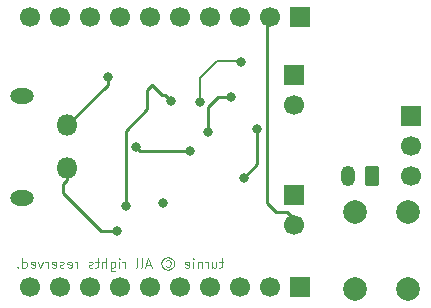
<source format=gbr>
%TF.GenerationSoftware,KiCad,Pcbnew,9.0.6-rc1*%
%TF.CreationDate,2025-12-07T23:50:49+09:00*%
%TF.ProjectId,tp4056,74703430-3536-42e6-9b69-6361645f7063,rev?*%
%TF.SameCoordinates,Original*%
%TF.FileFunction,Copper,L2,Bot*%
%TF.FilePolarity,Positive*%
%FSLAX46Y46*%
G04 Gerber Fmt 4.6, Leading zero omitted, Abs format (unit mm)*
G04 Created by KiCad (PCBNEW 9.0.6-rc1) date 2025-12-07 23:50:49*
%MOMM*%
%LPD*%
G01*
G04 APERTURE LIST*
G04 Aperture macros list*
%AMRoundRect*
0 Rectangle with rounded corners*
0 $1 Rounding radius*
0 $2 $3 $4 $5 $6 $7 $8 $9 X,Y pos of 4 corners*
0 Add a 4 corners polygon primitive as box body*
4,1,4,$2,$3,$4,$5,$6,$7,$8,$9,$2,$3,0*
0 Add four circle primitives for the rounded corners*
1,1,$1+$1,$2,$3*
1,1,$1+$1,$4,$5*
1,1,$1+$1,$6,$7*
1,1,$1+$1,$8,$9*
0 Add four rect primitives between the rounded corners*
20,1,$1+$1,$2,$3,$4,$5,0*
20,1,$1+$1,$4,$5,$6,$7,0*
20,1,$1+$1,$6,$7,$8,$9,0*
20,1,$1+$1,$8,$9,$2,$3,0*%
G04 Aperture macros list end*
%ADD10C,0.100000*%
%TA.AperFunction,NonConductor*%
%ADD11C,0.100000*%
%TD*%
%TA.AperFunction,ComponentPad*%
%ADD12C,2.000000*%
%TD*%
%TA.AperFunction,ComponentPad*%
%ADD13R,1.700000X1.700000*%
%TD*%
%TA.AperFunction,ComponentPad*%
%ADD14C,1.700000*%
%TD*%
%TA.AperFunction,ComponentPad*%
%ADD15RoundRect,0.250000X0.350000X0.625000X-0.350000X0.625000X-0.350000X-0.625000X0.350000X-0.625000X0*%
%TD*%
%TA.AperFunction,ComponentPad*%
%ADD16O,1.200000X1.750000*%
%TD*%
%TA.AperFunction,ComponentPad*%
%ADD17O,1.800000X1.800000*%
%TD*%
%TA.AperFunction,ComponentPad*%
%ADD18O,2.000000X1.300000*%
%TD*%
%TA.AperFunction,ViaPad*%
%ADD19C,0.800000*%
%TD*%
%TA.AperFunction,Conductor*%
%ADD20C,0.200000*%
%TD*%
%TA.AperFunction,Conductor*%
%ADD21C,0.250000*%
%TD*%
G04 APERTURE END LIST*
D10*
D11*
X148702020Y-103757561D02*
X148397258Y-103757561D01*
X148587734Y-103490895D02*
X148587734Y-104176609D01*
X148587734Y-104176609D02*
X148549639Y-104252800D01*
X148549639Y-104252800D02*
X148473449Y-104290895D01*
X148473449Y-104290895D02*
X148397258Y-104290895D01*
X147787734Y-103757561D02*
X147787734Y-104290895D01*
X148130591Y-103757561D02*
X148130591Y-104176609D01*
X148130591Y-104176609D02*
X148092496Y-104252800D01*
X148092496Y-104252800D02*
X148016306Y-104290895D01*
X148016306Y-104290895D02*
X147902020Y-104290895D01*
X147902020Y-104290895D02*
X147825829Y-104252800D01*
X147825829Y-104252800D02*
X147787734Y-104214704D01*
X147406781Y-104290895D02*
X147406781Y-103757561D01*
X147406781Y-103909942D02*
X147368686Y-103833752D01*
X147368686Y-103833752D02*
X147330591Y-103795657D01*
X147330591Y-103795657D02*
X147254400Y-103757561D01*
X147254400Y-103757561D02*
X147178210Y-103757561D01*
X146911543Y-103757561D02*
X146911543Y-104290895D01*
X146911543Y-103833752D02*
X146873448Y-103795657D01*
X146873448Y-103795657D02*
X146797258Y-103757561D01*
X146797258Y-103757561D02*
X146682972Y-103757561D01*
X146682972Y-103757561D02*
X146606781Y-103795657D01*
X146606781Y-103795657D02*
X146568686Y-103871847D01*
X146568686Y-103871847D02*
X146568686Y-104290895D01*
X146187733Y-104290895D02*
X146187733Y-103757561D01*
X146187733Y-103490895D02*
X146225829Y-103528990D01*
X146225829Y-103528990D02*
X146187733Y-103567085D01*
X146187733Y-103567085D02*
X146149638Y-103528990D01*
X146149638Y-103528990D02*
X146187733Y-103490895D01*
X146187733Y-103490895D02*
X146187733Y-103567085D01*
X145502019Y-104252800D02*
X145578210Y-104290895D01*
X145578210Y-104290895D02*
X145730591Y-104290895D01*
X145730591Y-104290895D02*
X145806781Y-104252800D01*
X145806781Y-104252800D02*
X145844877Y-104176609D01*
X145844877Y-104176609D02*
X145844877Y-103871847D01*
X145844877Y-103871847D02*
X145806781Y-103795657D01*
X145806781Y-103795657D02*
X145730591Y-103757561D01*
X145730591Y-103757561D02*
X145578210Y-103757561D01*
X145578210Y-103757561D02*
X145502019Y-103795657D01*
X145502019Y-103795657D02*
X145463924Y-103871847D01*
X145463924Y-103871847D02*
X145463924Y-103948038D01*
X145463924Y-103948038D02*
X145844877Y-104024228D01*
X143863924Y-103681371D02*
X143940115Y-103643276D01*
X143940115Y-103643276D02*
X144092496Y-103643276D01*
X144092496Y-103643276D02*
X144168686Y-103681371D01*
X144168686Y-103681371D02*
X144244877Y-103757561D01*
X144244877Y-103757561D02*
X144282972Y-103833752D01*
X144282972Y-103833752D02*
X144282972Y-103986133D01*
X144282972Y-103986133D02*
X144244877Y-104062323D01*
X144244877Y-104062323D02*
X144168686Y-104138514D01*
X144168686Y-104138514D02*
X144092496Y-104176609D01*
X144092496Y-104176609D02*
X143940115Y-104176609D01*
X143940115Y-104176609D02*
X143863924Y-104138514D01*
X144016305Y-103376609D02*
X144206781Y-103414704D01*
X144206781Y-103414704D02*
X144397258Y-103528990D01*
X144397258Y-103528990D02*
X144511543Y-103719466D01*
X144511543Y-103719466D02*
X144549639Y-103909942D01*
X144549639Y-103909942D02*
X144511543Y-104100419D01*
X144511543Y-104100419D02*
X144397258Y-104290895D01*
X144397258Y-104290895D02*
X144206781Y-104405180D01*
X144206781Y-104405180D02*
X144016305Y-104443276D01*
X144016305Y-104443276D02*
X143825829Y-104405180D01*
X143825829Y-104405180D02*
X143635353Y-104290895D01*
X143635353Y-104290895D02*
X143521067Y-104100419D01*
X143521067Y-104100419D02*
X143482972Y-103909942D01*
X143482972Y-103909942D02*
X143521067Y-103719466D01*
X143521067Y-103719466D02*
X143635353Y-103528990D01*
X143635353Y-103528990D02*
X143825829Y-103414704D01*
X143825829Y-103414704D02*
X144016305Y-103376609D01*
X142568686Y-104062323D02*
X142187733Y-104062323D01*
X142644876Y-104290895D02*
X142378209Y-103490895D01*
X142378209Y-103490895D02*
X142111543Y-104290895D01*
X141730591Y-104290895D02*
X141806781Y-104252800D01*
X141806781Y-104252800D02*
X141844876Y-104176609D01*
X141844876Y-104176609D02*
X141844876Y-103490895D01*
X141311543Y-104290895D02*
X141387733Y-104252800D01*
X141387733Y-104252800D02*
X141425828Y-104176609D01*
X141425828Y-104176609D02*
X141425828Y-103490895D01*
X140397256Y-104290895D02*
X140397256Y-103757561D01*
X140397256Y-103909942D02*
X140359161Y-103833752D01*
X140359161Y-103833752D02*
X140321066Y-103795657D01*
X140321066Y-103795657D02*
X140244875Y-103757561D01*
X140244875Y-103757561D02*
X140168685Y-103757561D01*
X139902018Y-104290895D02*
X139902018Y-103757561D01*
X139902018Y-103490895D02*
X139940114Y-103528990D01*
X139940114Y-103528990D02*
X139902018Y-103567085D01*
X139902018Y-103567085D02*
X139863923Y-103528990D01*
X139863923Y-103528990D02*
X139902018Y-103490895D01*
X139902018Y-103490895D02*
X139902018Y-103567085D01*
X139178209Y-103757561D02*
X139178209Y-104405180D01*
X139178209Y-104405180D02*
X139216304Y-104481371D01*
X139216304Y-104481371D02*
X139254400Y-104519466D01*
X139254400Y-104519466D02*
X139330590Y-104557561D01*
X139330590Y-104557561D02*
X139444876Y-104557561D01*
X139444876Y-104557561D02*
X139521066Y-104519466D01*
X139178209Y-104252800D02*
X139254400Y-104290895D01*
X139254400Y-104290895D02*
X139406781Y-104290895D01*
X139406781Y-104290895D02*
X139482971Y-104252800D01*
X139482971Y-104252800D02*
X139521066Y-104214704D01*
X139521066Y-104214704D02*
X139559162Y-104138514D01*
X139559162Y-104138514D02*
X139559162Y-103909942D01*
X139559162Y-103909942D02*
X139521066Y-103833752D01*
X139521066Y-103833752D02*
X139482971Y-103795657D01*
X139482971Y-103795657D02*
X139406781Y-103757561D01*
X139406781Y-103757561D02*
X139254400Y-103757561D01*
X139254400Y-103757561D02*
X139178209Y-103795657D01*
X138797256Y-104290895D02*
X138797256Y-103490895D01*
X138454399Y-104290895D02*
X138454399Y-103871847D01*
X138454399Y-103871847D02*
X138492494Y-103795657D01*
X138492494Y-103795657D02*
X138568685Y-103757561D01*
X138568685Y-103757561D02*
X138682971Y-103757561D01*
X138682971Y-103757561D02*
X138759161Y-103795657D01*
X138759161Y-103795657D02*
X138797256Y-103833752D01*
X138187732Y-103757561D02*
X137882970Y-103757561D01*
X138073446Y-103490895D02*
X138073446Y-104176609D01*
X138073446Y-104176609D02*
X138035351Y-104252800D01*
X138035351Y-104252800D02*
X137959161Y-104290895D01*
X137959161Y-104290895D02*
X137882970Y-104290895D01*
X137654399Y-104252800D02*
X137578208Y-104290895D01*
X137578208Y-104290895D02*
X137425827Y-104290895D01*
X137425827Y-104290895D02*
X137349637Y-104252800D01*
X137349637Y-104252800D02*
X137311541Y-104176609D01*
X137311541Y-104176609D02*
X137311541Y-104138514D01*
X137311541Y-104138514D02*
X137349637Y-104062323D01*
X137349637Y-104062323D02*
X137425827Y-104024228D01*
X137425827Y-104024228D02*
X137540113Y-104024228D01*
X137540113Y-104024228D02*
X137616303Y-103986133D01*
X137616303Y-103986133D02*
X137654399Y-103909942D01*
X137654399Y-103909942D02*
X137654399Y-103871847D01*
X137654399Y-103871847D02*
X137616303Y-103795657D01*
X137616303Y-103795657D02*
X137540113Y-103757561D01*
X137540113Y-103757561D02*
X137425827Y-103757561D01*
X137425827Y-103757561D02*
X137349637Y-103795657D01*
X136359160Y-104290895D02*
X136359160Y-103757561D01*
X136359160Y-103909942D02*
X136321065Y-103833752D01*
X136321065Y-103833752D02*
X136282970Y-103795657D01*
X136282970Y-103795657D02*
X136206779Y-103757561D01*
X136206779Y-103757561D02*
X136130589Y-103757561D01*
X135559160Y-104252800D02*
X135635351Y-104290895D01*
X135635351Y-104290895D02*
X135787732Y-104290895D01*
X135787732Y-104290895D02*
X135863922Y-104252800D01*
X135863922Y-104252800D02*
X135902018Y-104176609D01*
X135902018Y-104176609D02*
X135902018Y-103871847D01*
X135902018Y-103871847D02*
X135863922Y-103795657D01*
X135863922Y-103795657D02*
X135787732Y-103757561D01*
X135787732Y-103757561D02*
X135635351Y-103757561D01*
X135635351Y-103757561D02*
X135559160Y-103795657D01*
X135559160Y-103795657D02*
X135521065Y-103871847D01*
X135521065Y-103871847D02*
X135521065Y-103948038D01*
X135521065Y-103948038D02*
X135902018Y-104024228D01*
X135216304Y-104252800D02*
X135140113Y-104290895D01*
X135140113Y-104290895D02*
X134987732Y-104290895D01*
X134987732Y-104290895D02*
X134911542Y-104252800D01*
X134911542Y-104252800D02*
X134873446Y-104176609D01*
X134873446Y-104176609D02*
X134873446Y-104138514D01*
X134873446Y-104138514D02*
X134911542Y-104062323D01*
X134911542Y-104062323D02*
X134987732Y-104024228D01*
X134987732Y-104024228D02*
X135102018Y-104024228D01*
X135102018Y-104024228D02*
X135178208Y-103986133D01*
X135178208Y-103986133D02*
X135216304Y-103909942D01*
X135216304Y-103909942D02*
X135216304Y-103871847D01*
X135216304Y-103871847D02*
X135178208Y-103795657D01*
X135178208Y-103795657D02*
X135102018Y-103757561D01*
X135102018Y-103757561D02*
X134987732Y-103757561D01*
X134987732Y-103757561D02*
X134911542Y-103795657D01*
X134225827Y-104252800D02*
X134302018Y-104290895D01*
X134302018Y-104290895D02*
X134454399Y-104290895D01*
X134454399Y-104290895D02*
X134530589Y-104252800D01*
X134530589Y-104252800D02*
X134568685Y-104176609D01*
X134568685Y-104176609D02*
X134568685Y-103871847D01*
X134568685Y-103871847D02*
X134530589Y-103795657D01*
X134530589Y-103795657D02*
X134454399Y-103757561D01*
X134454399Y-103757561D02*
X134302018Y-103757561D01*
X134302018Y-103757561D02*
X134225827Y-103795657D01*
X134225827Y-103795657D02*
X134187732Y-103871847D01*
X134187732Y-103871847D02*
X134187732Y-103948038D01*
X134187732Y-103948038D02*
X134568685Y-104024228D01*
X133844875Y-104290895D02*
X133844875Y-103757561D01*
X133844875Y-103909942D02*
X133806780Y-103833752D01*
X133806780Y-103833752D02*
X133768685Y-103795657D01*
X133768685Y-103795657D02*
X133692494Y-103757561D01*
X133692494Y-103757561D02*
X133616304Y-103757561D01*
X133425828Y-103757561D02*
X133235352Y-104290895D01*
X133235352Y-104290895D02*
X133044875Y-103757561D01*
X132435351Y-104252800D02*
X132511542Y-104290895D01*
X132511542Y-104290895D02*
X132663923Y-104290895D01*
X132663923Y-104290895D02*
X132740113Y-104252800D01*
X132740113Y-104252800D02*
X132778209Y-104176609D01*
X132778209Y-104176609D02*
X132778209Y-103871847D01*
X132778209Y-103871847D02*
X132740113Y-103795657D01*
X132740113Y-103795657D02*
X132663923Y-103757561D01*
X132663923Y-103757561D02*
X132511542Y-103757561D01*
X132511542Y-103757561D02*
X132435351Y-103795657D01*
X132435351Y-103795657D02*
X132397256Y-103871847D01*
X132397256Y-103871847D02*
X132397256Y-103948038D01*
X132397256Y-103948038D02*
X132778209Y-104024228D01*
X131711542Y-104290895D02*
X131711542Y-103490895D01*
X131711542Y-104252800D02*
X131787733Y-104290895D01*
X131787733Y-104290895D02*
X131940114Y-104290895D01*
X131940114Y-104290895D02*
X132016304Y-104252800D01*
X132016304Y-104252800D02*
X132054399Y-104214704D01*
X132054399Y-104214704D02*
X132092495Y-104138514D01*
X132092495Y-104138514D02*
X132092495Y-103909942D01*
X132092495Y-103909942D02*
X132054399Y-103833752D01*
X132054399Y-103833752D02*
X132016304Y-103795657D01*
X132016304Y-103795657D02*
X131940114Y-103757561D01*
X131940114Y-103757561D02*
X131787733Y-103757561D01*
X131787733Y-103757561D02*
X131711542Y-103795657D01*
X131330589Y-104214704D02*
X131292494Y-104252800D01*
X131292494Y-104252800D02*
X131330589Y-104290895D01*
X131330589Y-104290895D02*
X131368685Y-104252800D01*
X131368685Y-104252800D02*
X131330589Y-104214704D01*
X131330589Y-104214704D02*
X131330589Y-104290895D01*
D12*
%TO.P,SW1,1,1*%
%TO.N,GND*%
X164338000Y-99568000D03*
X164338000Y-106068000D03*
%TO.P,SW1,2,2*%
%TO.N,Net-(J3-Pin_7)*%
X159838000Y-99568000D03*
X159838000Y-106068000D03*
%TD*%
D13*
%TO.P,J6,1,Pin_1*%
%TO.N,BAT-*%
X154686000Y-98094000D03*
D14*
%TO.P,J6,2,Pin_2*%
%TO.N,GND*%
X154686000Y-100634000D03*
%TD*%
D13*
%TO.P,J8,1,Pin_1*%
%TO.N,BAT+*%
X154686000Y-87934000D03*
D14*
%TO.P,J8,2,Pin_2*%
X154686000Y-90474000D03*
%TD*%
D13*
%TO.P,J3,1,Pin_1*%
%TO.N,unconnected-(J3-Pin_1-Pad1)*%
X155194000Y-105918000D03*
D14*
%TO.P,J3,2,Pin_2*%
%TO.N,unconnected-(J3-Pin_2-Pad2)*%
X152654000Y-105918000D03*
%TO.P,J3,3,Pin_3*%
%TO.N,unconnected-(J3-Pin_3-Pad3)*%
X150114000Y-105918000D03*
%TO.P,J3,4,Pin_4*%
%TO.N,unconnected-(J3-Pin_4-Pad4)*%
X147574000Y-105918000D03*
%TO.P,J3,5,Pin_5*%
%TO.N,unconnected-(J3-Pin_5-Pad5)*%
X145034000Y-105918000D03*
%TO.P,J3,6,Pin_6*%
%TO.N,unconnected-(J3-Pin_6-Pad6)*%
X142494000Y-105918000D03*
%TO.P,J3,7,Pin_7*%
%TO.N,Net-(J3-Pin_7)*%
X139954000Y-105918000D03*
%TO.P,J3,8,Pin_8*%
%TO.N,unconnected-(J3-Pin_8-Pad8)*%
X137414000Y-105918000D03*
%TO.P,J3,9,Pin_9*%
%TO.N,unconnected-(J3-Pin_9-Pad9)*%
X134874000Y-105918000D03*
%TO.P,J3,10,Pin_10*%
%TO.N,unconnected-(J3-Pin_10-Pad10)*%
X132334000Y-105918000D03*
%TD*%
D13*
%TO.P,SW2,1,A*%
%TO.N,Net-(J2-Pin_1)*%
X164592000Y-91440000D03*
D14*
%TO.P,SW2,2,B*%
%TO.N,BAT+*%
X164592000Y-93980000D03*
%TO.P,SW2,3,C*%
%TO.N,unconnected-(SW2-C-Pad3)*%
X164592000Y-96520000D03*
%TD*%
D15*
%TO.P,J4,1,Pin_1*%
%TO.N,BAT+*%
X161290000Y-96520000D03*
D16*
%TO.P,J4,2,Pin_2*%
%TO.N,BAT-*%
X159290000Y-96520000D03*
%TD*%
D17*
%TO.P,J1,1,VBUS*%
%TO.N,VIN*%
X135484000Y-92230000D03*
%TO.P,J1,2,GND*%
%TO.N,GND*%
X135484000Y-95830000D03*
D18*
%TO.P,J1,3,SHIELD*%
X131684000Y-89710000D03*
X131684000Y-98350000D03*
%TD*%
D13*
%TO.P,J2,1,Pin_1*%
%TO.N,Net-(J2-Pin_1)*%
X155194000Y-83058000D03*
D14*
%TO.P,J2,2,Pin_2*%
%TO.N,GND*%
X152654000Y-83058000D03*
%TO.P,J2,3,Pin_3*%
%TO.N,unconnected-(J2-Pin_3-Pad3)*%
X150114000Y-83058000D03*
%TO.P,J2,4,Pin_4*%
%TO.N,unconnected-(J2-Pin_4-Pad4)*%
X147574000Y-83058000D03*
%TO.P,J2,5,Pin_5*%
%TO.N,unconnected-(J2-Pin_5-Pad5)*%
X145034000Y-83058000D03*
%TO.P,J2,6,Pin_6*%
%TO.N,unconnected-(J2-Pin_6-Pad6)*%
X142494000Y-83058000D03*
%TO.P,J2,7,Pin_7*%
%TO.N,unconnected-(J2-Pin_7-Pad7)*%
X139954000Y-83058000D03*
%TO.P,J2,8,Pin_8*%
%TO.N,unconnected-(J2-Pin_8-Pad8)*%
X137414000Y-83058000D03*
%TO.P,J2,9,Pin_9*%
%TO.N,unconnected-(J2-Pin_9-Pad9)*%
X134874000Y-83058000D03*
%TO.P,J2,10,Pin_10*%
%TO.N,unconnected-(J2-Pin_10-Pad10)*%
X132334000Y-83058000D03*
%TD*%
D19*
%TO.N,BAT+*%
X146771145Y-90245500D03*
X150196000Y-86856000D03*
%TO.N,GND*%
X143646000Y-98796000D03*
X139680000Y-101142000D03*
%TO.N,VIN*%
X138938000Y-88138000D03*
X141366000Y-94076000D03*
X145875502Y-94386000D03*
%TO.N,Net-(U1-~{CHRG})*%
X144285372Y-90176000D03*
X140446000Y-99076000D03*
%TO.N,/OC*%
X147425500Y-92824743D03*
X149409886Y-89835278D03*
%TO.N,Net-(U2-OC)*%
X151606000Y-92496000D03*
X150496000Y-96646000D03*
%TD*%
D20*
%TO.N,BAT+*%
X148226000Y-86766000D02*
X150106000Y-86766000D01*
X150106000Y-86766000D02*
X150196000Y-86856000D01*
X146771145Y-90245500D02*
X146771145Y-88220855D01*
X146771145Y-88220855D02*
X148226000Y-86766000D01*
D21*
%TO.N,GND*%
X135108000Y-97926170D02*
X135108000Y-97222000D01*
X138323830Y-101142000D02*
X135108000Y-97926170D01*
X155174000Y-100634000D02*
X154108000Y-99568000D01*
X152400000Y-98806000D02*
X152400000Y-83312000D01*
X152400000Y-83312000D02*
X152654000Y-83058000D01*
X135108000Y-97222000D02*
X135484000Y-96846000D01*
X139680000Y-101142000D02*
X138323830Y-101142000D01*
X135484000Y-96846000D02*
X135484000Y-95830000D01*
X153162000Y-99568000D02*
X152400000Y-98806000D01*
X154108000Y-99568000D02*
X153162000Y-99568000D01*
%TO.N,VIN*%
X135484000Y-92230000D02*
X135108000Y-91854000D01*
X138938000Y-88776000D02*
X138938000Y-88138000D01*
X135484000Y-92230000D02*
X138938000Y-88776000D01*
X141366000Y-94076000D02*
X141676000Y-94386000D01*
X141676000Y-94386000D02*
X145875502Y-94386000D01*
%TO.N,Net-(U1-~{CHRG})*%
X143765372Y-89656000D02*
X144285372Y-90176000D01*
X142656000Y-88796000D02*
X143516000Y-89656000D01*
X140446000Y-92673206D02*
X142246000Y-90873206D01*
X143516000Y-89656000D02*
X143765372Y-89656000D01*
X142246000Y-89206000D02*
X142656000Y-88796000D01*
X142246000Y-90873206D02*
X142246000Y-89206000D01*
X140446000Y-99076000D02*
X140446000Y-92673206D01*
%TO.N,/OC*%
X148256000Y-89806000D02*
X148246000Y-89816000D01*
X148246000Y-89816000D02*
X149390608Y-89816000D01*
X147425500Y-92824743D02*
X147425500Y-90636500D01*
X149390608Y-89816000D02*
X149409886Y-89835278D01*
X147425500Y-90636500D02*
X148256000Y-89806000D01*
%TO.N,Net-(U2-OC)*%
X150496000Y-96646000D02*
X151606000Y-95536000D01*
X151606000Y-95536000D02*
X151606000Y-92496000D01*
%TD*%
M02*

</source>
